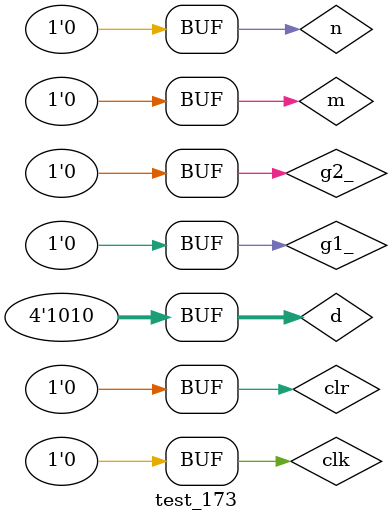
<source format=sv>
module test_173;
  parameter N=4;
  reg [N-1:0]d;
  reg g1_;
  reg g2_;
  reg m;
  reg n;
  reg clk;
  reg clr;
  //Actual output
  wire [N-1:0]q;
  //Debug outputs
  wire clk_;
  wire in_en;
  wire in_en_;
  wire out_en;
  wire [N-1:0] q_int;
  wire [N-1:0] d_int;
  wire [N-1:0] top;
  wire [N-1:0] bot;
  
  // Instantiate design under test
  SN74x173 #(N) dut (
              .d(d),
              .m(m),
              .n(n),
              .g1_(g1_),
              .g2_(g2_),
              .clk(clk),
              .clr(clr),
              .q(q),
//Debugging outputs below
              .clk_(clk_),
              .in_en(in_en),
              .in_en_(in_en_),
              .out_en(out_en),
              .q_int(q_int),
              .d_int(d_int),
              .top(top),
              .bot(bot));
          
  initial begin
    // Dump waves
    $dumpfile("test_173.vcd");
    $dumpvars(1);
    
    d=4'b1010;
    g1_=1'b1;
    g2_=1'b1;
    m=1'b1;
    n=1'b1;
    clk=1;
    clr=0;
    #1 
    g1_ = 1'b0;
    clk=~clk;
    #1
    
    clk=~clk;
    #1
    g2_ = 1'b0;
    clk=~clk;
    #1

    clk=~clk;
    #1
    m = 1'b0;
    clk=~clk;
    #1

    clk=~clk;
    #1
    n = 1'b0;
    clk=~clk;
    #1

    clk=~clk;
    #1
    clk=~clk;
    //#1

  end
  
endmodule

</source>
